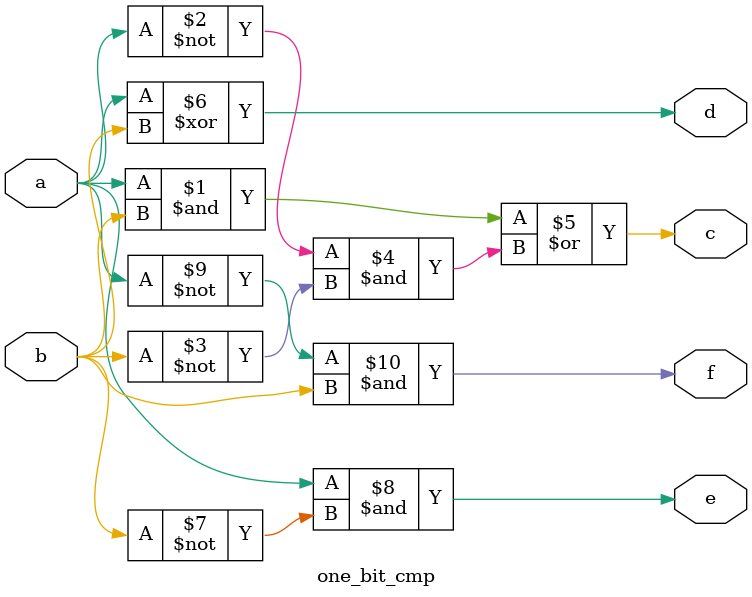
<source format=v>
`timescale 1ns / 1ps

module one_bit_cmp(
    input a,
    input b,
    output c,
    output d,
    output e,
    output f
    );

assign c=(a&b)|((~a)&(~b));
assign d=a^b;
assign e=(a&(~b));
assign f=((~a)&b);

endmodule
</source>
